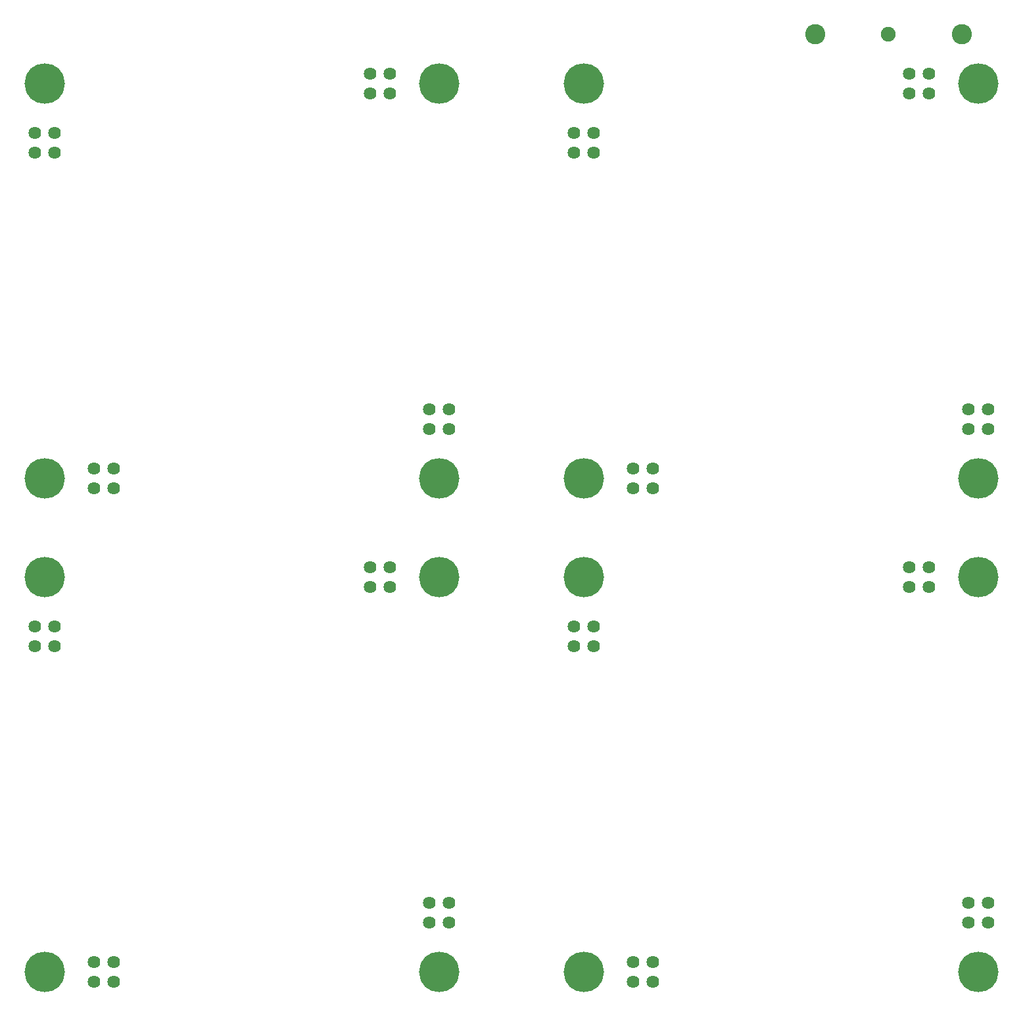
<source format=gts>
G04 Layer: TopSolderMaskLayer*
G04 EasyEDA v6.5.22, 2023-04-02 16:23:41*
G04 0d5d065aeb9341cc8506dd620d600087,5a6b42c53f6a479593ecc07194224c93,10*
G04 Gerber Generator version 0.2*
G04 Scale: 100 percent, Rotated: No, Reflected: No *
G04 Dimensions in millimeters *
G04 leading zeros omitted , absolute positions ,4 integer and 5 decimal *
%FSLAX45Y45*%
%MOMM*%

%ADD10C,5.2032*%
%ADD11C,1.6256*%
%ADD12C,2.6016*%
%ADD13C,1.9016*%

%LPD*%
D10*
G01*
X7957997Y9149105D03*
G01*
X13037997Y9149105D03*
G01*
X14902103Y9149105D03*
G01*
X19982103Y9149105D03*
G01*
X7957997Y2799105D03*
G01*
X13037997Y2799105D03*
G01*
X13037997Y7879105D03*
G01*
X14902103Y2799105D03*
G01*
X19982103Y2799105D03*
G01*
X14902103Y7879105D03*
D11*
G01*
X12402997Y8006105D03*
G01*
X12402997Y7752105D03*
G01*
X12148997Y7752105D03*
G01*
X12148997Y8006105D03*
G01*
X19347103Y8006105D03*
G01*
X19347103Y7752105D03*
G01*
X19093103Y7752105D03*
G01*
X19093103Y8006105D03*
G01*
X7830997Y6990105D03*
G01*
X8084997Y6990105D03*
G01*
X8084997Y7244105D03*
G01*
X7830997Y7244105D03*
G01*
X7830997Y13340105D03*
G01*
X8084997Y13340105D03*
G01*
X8084997Y13594105D03*
G01*
X7830997Y13594105D03*
G01*
X14775103Y6990105D03*
G01*
X15029103Y6990105D03*
G01*
X15029103Y7244105D03*
G01*
X14775103Y7244105D03*
G01*
X14775103Y13340105D03*
G01*
X15029103Y13340105D03*
G01*
X15029103Y13594105D03*
G01*
X14775103Y13594105D03*
G01*
X8846997Y2672105D03*
G01*
X8846997Y2926105D03*
G01*
X8592997Y2926105D03*
G01*
X8592997Y2672105D03*
G01*
X8846997Y9022105D03*
G01*
X8846997Y9276105D03*
G01*
X8592997Y9276105D03*
G01*
X8592997Y9022105D03*
G01*
X15791103Y2672105D03*
G01*
X15791103Y2926105D03*
G01*
X15537103Y2926105D03*
G01*
X15537103Y2672105D03*
G01*
X15791103Y9022105D03*
G01*
X15791103Y9276105D03*
G01*
X15537103Y9276105D03*
G01*
X15537103Y9022105D03*
D10*
G01*
X19982103Y7879105D03*
G01*
X7957997Y7879105D03*
D11*
G01*
X13164997Y3688105D03*
G01*
X12910997Y3688105D03*
G01*
X12910997Y3434105D03*
G01*
X13164997Y3434105D03*
G01*
X20109103Y3688105D03*
G01*
X19855103Y3688105D03*
G01*
X19855103Y3434105D03*
G01*
X20109103Y3434105D03*
G01*
X20109103Y10038105D03*
G01*
X19855103Y10038105D03*
G01*
X19855103Y9784105D03*
G01*
X20109103Y9784105D03*
G01*
X13164997Y10038105D03*
G01*
X12910997Y10038105D03*
G01*
X12910997Y9784105D03*
G01*
X13164997Y9784105D03*
D12*
G01*
X19773900Y14859000D03*
D13*
G01*
X18826352Y14859000D03*
D12*
G01*
X17878806Y14859000D03*
D10*
G01*
X7957997Y14229105D03*
G01*
X13037997Y14229105D03*
G01*
X14902103Y14229105D03*
G01*
X19982103Y14229105D03*
D11*
G01*
X19093103Y14356105D03*
G01*
X19093103Y14102105D03*
G01*
X19347103Y14102105D03*
G01*
X19347052Y14356105D03*
G01*
X12148997Y14356105D03*
G01*
X12148997Y14102105D03*
G01*
X12402997Y14102105D03*
G01*
X12402997Y14356105D03*
M02*

</source>
